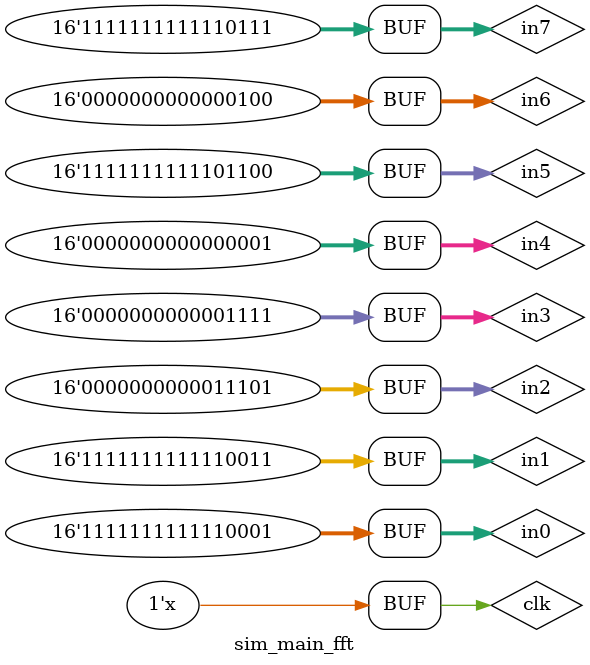
<source format=v>
`timescale 1ns / 1ps


module sim_main_fft;

    reg clk;
    reg [15:0] in0,in1, in2, in3, in4, in5, in6, in7;
    wire [15:0] out1r, out1i,out2r, out2i,out3r, out3i,out4r, out4i,out5r, out5i,out6r, out6i,out7r, out7i,out8r, out8i;

Main_FFT uut1(
    clk,in0,in1, in2, in3, in4, in5, in6, in7,out1r, out1i,out2r, out2i,out3r, out3i,out4r, out4i,out5r, out5i,out6r, out6i,out7r, out7i,out8r, out8i   
    );
    
    
    initial begin 
    clk = 0;
    in0 = -15;
    in1 = -13;
    in2 = 29;
    in3 = 15;
    in4 = 1;
    in5 = -20;
    in6 = 4;
    in7 = -9;
    
    end 
    
    always #5 clk = ~clk;
    
endmodule

</source>
